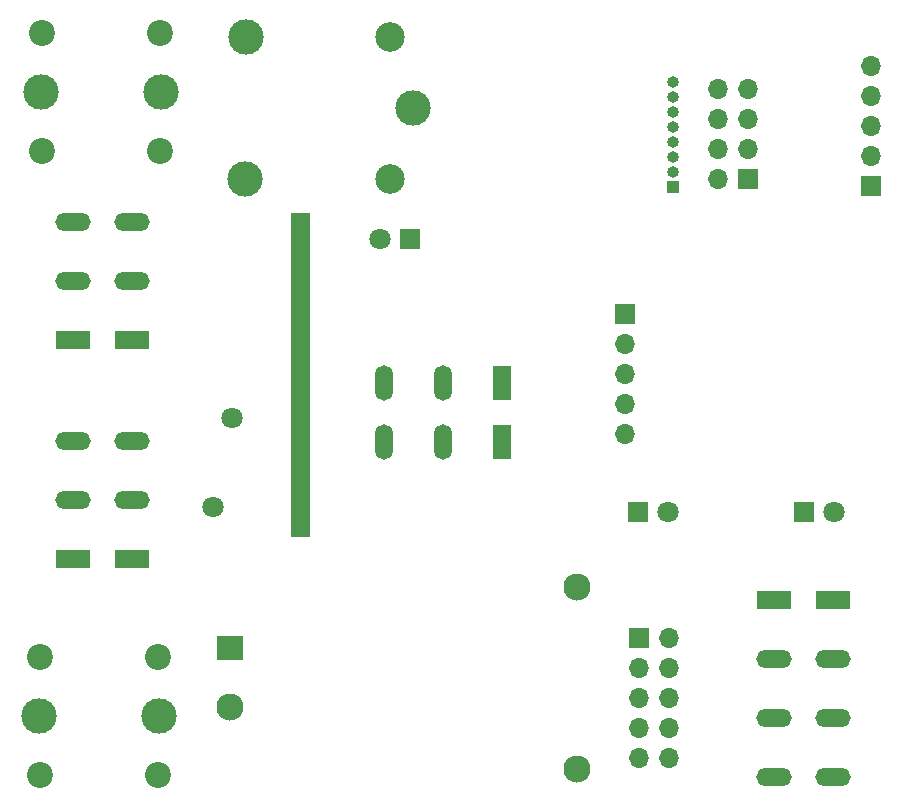
<source format=gbr>
%TF.GenerationSoftware,KiCad,Pcbnew,6.0.2+dfsg-1*%
%TF.CreationDate,2023-01-14T15:25:47+01:00*%
%TF.ProjectId,OpenDTU,4f70656e-4454-4552-9e6b-696361645f70,rev?*%
%TF.SameCoordinates,Original*%
%TF.FileFunction,Soldermask,Top*%
%TF.FilePolarity,Negative*%
%FSLAX46Y46*%
G04 Gerber Fmt 4.6, Leading zero omitted, Abs format (unit mm)*
G04 Created by KiCad (PCBNEW 6.0.2+dfsg-1) date 2023-01-14 15:25:47*
%MOMM*%
%LPD*%
G01*
G04 APERTURE LIST*
%ADD10C,0.100000*%
%ADD11R,1.500000X3.000000*%
%ADD12O,1.500000X3.000000*%
%ADD13R,1.800000X1.800000*%
%ADD14C,1.800000*%
%ADD15C,2.200000*%
%ADD16C,3.000000*%
%ADD17R,2.300000X2.000000*%
%ADD18C,2.300000*%
%ADD19R,1.700000X1.700000*%
%ADD20O,1.700000X1.700000*%
%ADD21C,2.500000*%
%ADD22R,3.000000X1.500000*%
%ADD23O,3.000000X1.500000*%
%ADD24R,1.000000X1.000000*%
%ADD25O,1.000000X1.000000*%
G04 APERTURE END LIST*
D10*
X56896000Y-77089000D02*
X58420000Y-77089000D01*
X58420000Y-77089000D02*
X58420000Y-49784000D01*
X58420000Y-49784000D02*
X56896000Y-49784000D01*
X56896000Y-49784000D02*
X56896000Y-77089000D01*
G36*
X56896000Y-77089000D02*
G01*
X58420000Y-77089000D01*
X58420000Y-49784000D01*
X56896000Y-49784000D01*
X56896000Y-77089000D01*
G37*
D11*
%TO.C,ST_OW1*%
X74746000Y-64183000D03*
X74746000Y-69183000D03*
D12*
X69746000Y-69183000D03*
X69746000Y-64183000D03*
X64746000Y-64183000D03*
X64746000Y-69183000D03*
%TD*%
D13*
%TO.C,D1*%
X86228000Y-75057000D03*
D14*
X88768000Y-75057000D03*
%TD*%
D15*
%TO.C,FA1*%
X45640000Y-97329000D03*
X35640000Y-97329000D03*
X35640000Y-87329000D03*
X45640000Y-87329000D03*
D16*
X35560000Y-92329000D03*
X45720000Y-92329000D03*
%TD*%
D17*
%TO.C,PS1*%
X51689000Y-86614000D03*
D18*
X51689000Y-91614000D03*
X81089000Y-81414000D03*
X81089000Y-96814000D03*
%TD*%
D19*
%TO.C,ST_nRF1*%
X95577500Y-46885000D03*
D20*
X93037500Y-46885000D03*
X95577500Y-44345000D03*
X93037500Y-44345000D03*
X95577500Y-41805000D03*
X93037500Y-41805000D03*
X95577500Y-39265000D03*
X93037500Y-39265000D03*
%TD*%
D13*
%TO.C,D2*%
X100325000Y-75057000D03*
D14*
X102865000Y-75057000D03*
%TD*%
D15*
%TO.C,FA2*%
X35767000Y-44522000D03*
X45767000Y-34522000D03*
X45767000Y-44522000D03*
X35767000Y-34522000D03*
D16*
X35687000Y-39522000D03*
X45847000Y-39522000D03*
%TD*%
D13*
%TO.C,D4*%
X66934000Y-51943000D03*
D14*
X64394000Y-51943000D03*
%TD*%
D19*
%TO.C,ST_I2C1*%
X85115000Y-58350000D03*
D20*
X85115000Y-60890000D03*
X85115000Y-63430000D03*
X85115000Y-65970000D03*
X85115000Y-68510000D03*
%TD*%
D19*
%TO.C,ST_PRG1*%
X106020000Y-47495000D03*
D20*
X106020000Y-44955000D03*
X106020000Y-42415000D03*
X106020000Y-39875000D03*
X106020000Y-37335000D03*
%TD*%
D16*
%TO.C,REL1*%
X67183000Y-40894000D03*
D21*
X65233000Y-34844000D03*
D16*
X53033000Y-34844000D03*
X52983000Y-46894000D03*
D21*
X65233000Y-46844000D03*
%TD*%
D19*
%TO.C,ST_EXT1*%
X86355000Y-85730000D03*
D20*
X88895000Y-85730000D03*
X86355000Y-88270000D03*
X88895000Y-88270000D03*
X86355000Y-90810000D03*
X88895000Y-90810000D03*
X86355000Y-93350000D03*
X88895000Y-93350000D03*
X86355000Y-95890000D03*
X88895000Y-95890000D03*
%TD*%
D22*
%TO.C,ST_Line1*%
X38386000Y-79064000D03*
X43386000Y-79064000D03*
D23*
X38386000Y-74064000D03*
X43386000Y-74064000D03*
X38386000Y-69064000D03*
X43386000Y-69064000D03*
%TD*%
D22*
%TO.C,ST_REL1*%
X38386000Y-60522000D03*
X43386000Y-60522000D03*
D23*
X38386000Y-55522000D03*
X43386000Y-55522000D03*
X38386000Y-50522000D03*
X43386000Y-50522000D03*
%TD*%
D24*
%TO.C,ST_SI1*%
X89202500Y-47525000D03*
D25*
X89202500Y-46255000D03*
X89202500Y-44985000D03*
X89202500Y-43715000D03*
X89202500Y-42445000D03*
X89202500Y-41175000D03*
X89202500Y-39905000D03*
X89202500Y-38635000D03*
%TD*%
D22*
%TO.C,ST_IR1*%
X97743000Y-82550000D03*
X102743000Y-82550000D03*
D23*
X102743000Y-87550000D03*
X97743000Y-87550000D03*
X102743000Y-92550000D03*
X97743000Y-92550000D03*
X102743000Y-97550000D03*
X97743000Y-97550000D03*
%TD*%
D14*
%TO.C,RV1*%
X50234000Y-74616000D03*
X51867330Y-67116000D03*
%TD*%
M02*

</source>
